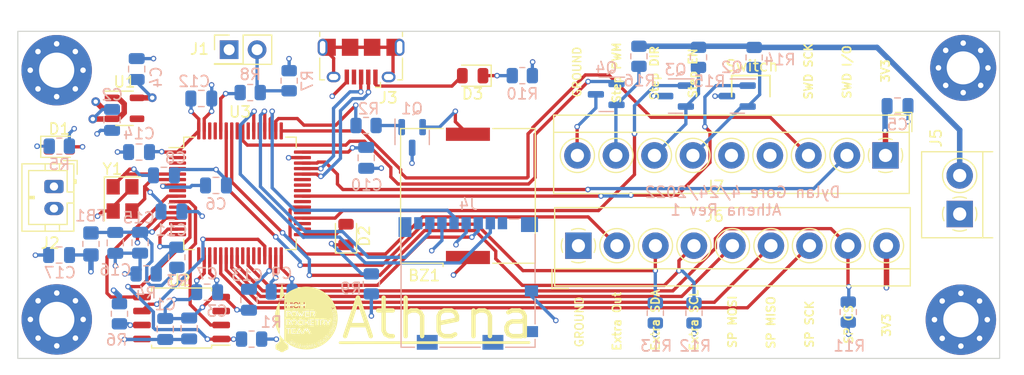
<source format=kicad_pcb>
(kicad_pcb (version 20211014) (generator pcbnew)
  (layers (0 "F.Cu" signal) (1 "In1.Cu" power "GND.Cu") (2 "In2.Cu" power "3V3.Cu") (31 "B.Cu" signal) (34 "B.Paste" user) (35 "F.Paste" user) (36 "B.SilkS" user "B.Silkscreen") (37 "F.SilkS" user "F.Silkscreen") (38 "B.Mask" user) (39 "F.Mask" user) (44 "Edge.Cuts" user))
  (net 0 "")
  (net 1 "+3V3")
  (net 2 "/Buzz_NPN")
  (net 3 "GND")
  (net 4 "V_Reg")
  (net 5 "/NRST")
  (net 6 "/OSC_IN")
  (net 7 "/OSC_OUT")
  (net 8 "/VCAP")
  (net 9 "3V3A")
  (net 10 "/LED_Reg_C")
  (net 11 "/Status_LEDC")
  (net 12 "/Status_LED")
  (net 13 "Net-(D3-Pad1)")
  (net 14 "Net-(D3-Pad2)")
  (net 15 "USB_D-")
  (net 16 "USB_D+")
  (net 18 "unconnected-(J3-Pad6)")
  (net 19 "SWD_IO")
  (net 20 "SWD_SCK")
  (net 21 "V_Batt")
  (net 22 "Step_DirConn")
  (net 23 "Extra_Out")
  (net 24 "Extra_SDA")
  (net 25 "Extra_SCL")
  (net 26 "Altus_MOSI")
  (net 27 "Altus_MISO")
  (net 28 "Altus_SCK")
  (net 29 "Altus_CS")
  (net 30 "Net-(Q1-Pad1)")
  (net 31 "Step_EN")
  (net 32 "Step_DIR")
  (net 33 "Step_PWM")
  (net 34 "Flash_CS")
  (net 35 "Buzz_PWM")
  (net 36 "ADC_Battery")
  (net 37 "Net-(R6-Pad2)")
  (net 38 "/Boot0_pulldown")
  (net 39 "/Boot0")
  (net 41 "Flash_MISO")
  (net 43 "Flash_MOSI")
  (net 44 "Flash_SCK")
  (net 54 "SD_MOSI")
  (net 64 "SD_SCK")
  (net 65 "SD_MISO")
  (net 67 "SD_CS")
  (net 74 "+5V")
  (net 75 "Step_EnConn")
  (net 76 "Step_PWMConn")
  (footprint "MountingHole:MountingHole_3.2mm_M3_Pad_Via" (layer "F.Cu") (at 110.952362 113.093895)
    (fp_text reference "H2" hide)
    (fp_text value "MountingHole")
  )
  (footprint "Package_SO:SOIC-8_5.23x5.23mm_P1.27mm" (layer "F.Cu") (at 122.295922 112.964838 180)
    (fp_text reference "U2")
    (fp_text value "W25Q64JVSS")
  )
  (footprint "Connector_PinHeader_2.54mm:PinHeader_2x01_P2.54mm_Vertical" (layer "F.Cu") (at 126.618406 88.577368)
    (fp_text reference "J1")
    (fp_text value "Conn_01x02_Male")
  )
  (footprint "LED_SMD:LED_0805_2012Metric" (layer "F.Cu") (at 111.181723 97.404776)
    (fp_text reference "D1")
    (fp_text value "LED")
  )
  (footprint "Connector_JST:JST_PH_B2B-PH-K_1x02_P2.00mm_Vertical" (layer "F.Cu") (at 110.695863 101.013057 -90)
    (fp_text reference "J2")
    (fp_text value "Battery")
  )
  (footprint "LED_SMD:LED_0805_2012Metric" (layer "F.Cu") (at 148.748604 90.94091 180)
    (fp_text reference "D3")
    (fp_text value "LED")
  )
  (footprint "MountingHole:MountingHole_3.2mm_M3_Pad_Via" (layer "F.Cu") (at 110.941341 90.443383)
    (fp_text reference "H1" hide)
    (fp_text value "MountingHole")
  )
  (footprint "Crystal:Crystal_SMD_3225-4Pin_3.2x2.5mm" (layer "F.Cu") (at 116.928198 102.140139 -90)
    (fp_text reference "Y1")
    (fp_text value "16MHz")
  )
  (footprint "LED_SMD:LED_0805_2012Metric" (layer "F.Cu") (at 137.239183 105.373935 90)
    (fp_text reference "D2")
    (fp_text value "LED")
  )
  (footprint "MountingHole:MountingHole_3mm_Pad_Via" (layer "F.Cu") (at 193.333027 90.230377)
    (fp_text reference "H3" hide)
    (fp_text value "MountingHole")
  )
  (footprint "Buzzer_Beeper:Buzzer_Murata_PKLCS1212E" (layer "F.Cu") (at 148.320374 101.864544 90)
    (fp_text reference "BZ1")
    (fp_text value "Buzzer")
  )
  (footprint "TerminalBlock_4Ucon:TerminalBlock_4Ucon_1x02_P3.50mm_Horizontal" (layer "F.Cu") (at 193.013074 103.511751 90)
    (fp_text reference "J5")
    (fp_text value "Boosted V")
  )
  (footprint "MountingHole:MountingHole_3.2mm_M3_Pad_Via" (layer "F.Cu") (at 193.121534 113.115426)
    (fp_text reference "H4" hide)
    (fp_text value "MountingHole")
  )
  (footprint "Package_TO_SOT_SMD:SOT-23-5" (layer "F.Cu") (at 117.10758 93.90501)
    (fp_text reference "U1")
    (fp_text value "LDK120M33R")
  )
  (footprint "Package_QFP:LQFP-64_10x10mm_P0.5mm" (layer "F.Cu") (at 127.603812 101.634272)
    (fp_text reference "U3")
    (fp_text value "STM32F446RCT6")
  )
  (footprint "Connector_USB:USB_Micro-B_Amphenol_10118194_Horizontal" (layer "F.Cu") (at 138.612258 89.659857 180)
    (fp_text reference "J3")
    (fp_text value "USB_B_Micro")
  )
  (footprint "TerminalBlock_4Ucon:TerminalBlock_4Ucon_1x09_P3.50mm_Horizontal" (layer "F.Cu") (at 158.361601 106.389591)
    (fp_text reference "J7")
    (fp_text value "Screw_Terminal_01x09")
  )
  (footprint "TerminalBlock_4Ucon:TerminalBlock_4Ucon_1x09_P3.50mm_Horizontal" (layer "F.Cu") (at 186.268636 98.18576 180)
    (fp_text reference "J6")
    (fp_text value "Screw_Terminal_01x09")
  )
  (footprint "LOGO" (layer "F.Cu") (at 133.625819 112.962088)
    (fp_text reference "G***" hide)
    (fp_text value "LOGO" hide)
  )
  (footprint "Package_TO_SOT_SMD:SOT-23" (layer "B.Cu") (at 167.190333 92.792835 180)
    (fp_text reference "Q3")
    (fp_text value "Q_NPN_BCE")
  )
  (footprint "Resistor_SMD:R_0805_2012Metric" (layer "B.Cu") (at 116.648613 112.578514 -90)
    (fp_text reference "R6")
    (fp_text value "10k")
  )
  (footprint "Capacitor_SMD:C_0805_2012Metric" (layer "B.Cu") (at 139.074637 98.40766 -90)
    (fp_text reference "C10")
    (fp_text value "100n")
  )
  (footprint "Resistor_SMD:R_0805_2012Metric" (layer "B.Cu") (at 139.542932 109.863493 -90)
    (fp_text reference "R9")
    (fp_text value "1k")
  )
  (footprint "Resistor_SMD:R_0805_2012Metric" (layer "B.Cu") (at 153.263219 90.936241)
    (fp_text reference "R10")
    (fp_text value "1K")
  )
  (footprint "Capacitor_SMD:C_0805_2012Metric" (layer "B.Cu") (at 120.809307 113.965412 90)
    (fp_text reference "C1")
    (fp_text value "100n")
  )
  (footprint "Resistor_SMD:R_0805_2012Metric" (layer "B.Cu") (at 174.332642 89.284416 90)
    (fp_text reference "R14")
    (fp_text value "1k")
  )
  (footprint "Capacitor_SMD:C_0805_2012Metric" (layer "B.Cu") (at 111.163459 107.240058 180)
    (fp_text reference "C17")
    (fp_text value "1u")
  )
  (footprint "Capacitor_SMD:C_0805_2012Metric" (layer "B.Cu") (at 120.692731 99.999562)
    (fp_text reference "C8")
    (fp_text value "8p")
  )
  (footprint "Resistor_SMD:R_0805_2012Metric" (layer "B.Cu") (at 168.86615 112.505605 90)
    (fp_text reference "R12")
    (fp_text value "10k")
  )
  (footprint "Resistor_SMD:R_0805_2012Metric" (layer "B.Cu") (at 169.274777 89.273848 90)
    (fp_text reference "R15")
    (fp_text value "1k")
  )
  (footprint "Capacitor_SMD:C_0805_2012Metric" (layer "B.Cu") (at 131.385699 110.581768 180)
    (fp_text reference "C9")
    (fp_text value "100n")
  )
  (footprint "Package_TO_SOT_SMD:SOT-23" (layer "B.Cu") (at 160.885895 92.636342 180)
    (fp_text reference "Q4")
    (fp_text value "Q_NPN_BCE")
  )
  (footprint "Capacitor_SMD:C_0805_2012Metric" (layer "B.Cu") (at 121.37276 103.29155)
    (fp_text reference "C11")
    (fp_text value "8p")
  )
  (footprint "Capacitor_SMD:C_0805_2012Metric" (layer "B.Cu") (at 124.618409 110.617952 180)
    (fp_text reference "C7")
    (fp_text value "100n")
  )
  (footprint "Resistor_SMD:R_0805_2012Metric" (layer "B.Cu") (at 121.865237 107.443638 90)
    (fp_text reference "R3")
    (fp_text value "100k")
  )
  (footprint "Package_TO_SOT_SMD:SOT-23" (layer "B.Cu") (at 143.251138 96.555078 -90)
    (fp_text reference "Q1")
    (fp_text value "Q_NPN_BCE")
  )
  (footprint "Resistor_SMD:R_0805_2012Metric" (layer "B.Cu") (at 165.35039 112.505605 90)
    (fp_text reference "R13")
    (fp_text value "10k")
  )
  (footprint "Capacitor_SMD:C_0805_2012Metric" (layer "B.Cu") (at 118.428441 97.882304 180)
    (fp_text reference "C14")
    (fp_text value "100n")
  )
  (footprint "Resistor_SMD:R_0805_2012Metric" (layer "B.Cu") (at 132.07288 91.399783 90)
    (fp_text reference "R7")
    (fp_text value "10k")
  )
  (footprint "Capacitor_SMD:C_0805_2012Metric" (layer "B.Cu") (at 125.421372 100.915923)
    (fp_text reference "C6")
    (fp_text value "100n")
  )
  (footprint "Resistor_SMD:R_0805_2012Metric" (layer "B.Cu") (at 119.078471 108.954598 180)
    (fp_text reference "R4")
    (fp_text value "100k")
  )
  (footprint "Capacitor_SMD:C_0805_2012Metric" (layer "B.Cu") (at 118.52462 106.120573 -90)
    (fp_text reference "C15")
    (fp_text value "10n")
  )
  (footprint "Resistor_SMD:R_0805_2012Metric" (layer "B.Cu") (at 128.659913 114.881528 180)
    (fp_text reference "R1")
    (fp_text value "10k")
  )
  (footprint "Resistor_SMD:R_0805_2012Metric" (layer "B.Cu") (at 128.534035 92.475243 180)
    (fp_text reference "R8")
    (fp_text value "1k")
  )
  (footprint "Resistor_SMD:R_0805_2012Metric" (layer "B.Cu") (at 163.861823 89.177582 90)
    (fp_text reference "R16")
    (fp_text value "1k")
  )
  (footprint "Resistor_SMD:R_0805_2012Metric" (layer "B.Cu") (at 182.886261 112.426103 90)
    (fp_text reference "R11")
    (fp_text value "10k")
  )
  (footprint "Capacitor_SMD:C_0805_2012Metric" (layer "B.Cu") (at 187.365664 93.697416)
    (fp_text reference "C5")
    (fp_text value "10u")
  )
  (footprint "Connector_Card:microSD_HC_Molex_104031-0811" (layer "B.Cu") (at 148.352692 109.798988 180)
    (fp_text reference "J4")
    (fp_text value "Micro_SD_Card")
  )
  (footprint "Capacitor_SMD:C_0805_2012Metric" (layer "B.Cu") (at 124.087945 93.013319)
    (fp_text reference "C12")
    (fp_text value "100n")
  )
  (footprint "Capacitor_SMD:C_0805_2012Metric" (layer "B.Cu") (at 118.214628 90.338153 90)
    (fp_text reference "C4")
    (fp_text value "1u")
  )
  (footprint "Capacitor_SMD:C_0805_2012Metric" (layer "B.Cu") (at 116.267841 106.136579 -90)
    (fp_text reference "C16")
    (fp_text value "1u")
  )
  (footprint "Capacitor_SMD:C_0805_2012Metric" (layer "B.Cu") (at 128.42082 111.302536 -90)
    (fp_text reference "C13")
    (fp_text value "4u7")
  )
  (footprint "Capacitor_SMD:C_0805_2012Metric" (layer "B.Cu") (at 122.985083 113.914517 90)
    (fp_text reference "C3")
    (fp_text value "100n")
  )
  (footprint "Capacitor_SMD:C_0805_2012Metric" (layer "B.Cu") (at 115.974602 94.960186 -90)
    (fp_text reference "C2")
    (fp_text value "1u")
  )
  (footprint "Resistor_SMD:R_0805_2012Metric" (layer "B.Cu") (at 139.060645 95.469164)
    (fp_text reference "R2")
    (fp_text value "100")
  )
  (footprint "Package_TO_SOT_SMD:SOT-23" (layer "B.Cu") (at 172.807507 92.792835 180)
    (fp_text reference "Q2")
    (fp_text value "Q_NPN_BCE")
  )
  (footprint "Resistor_SMD:R_0805_2012Metric_Pad1.20x1.40mm_HandSolder" (layer "B.Cu") (at 114.059077 106.232612 -90)
    (fp_text reference "FB1")
    (fp_text value "120R")
  )
  (footprint "Resistor_SMD:R_0805_2012Metric" (layer "B.Cu") (at 111.184187 97.347545)
    (fp_text reference "R5")
    (fp_text value "1k")
  )
  (gr_line (start 172.290159 92.846253) (end 172.290159 90.925835) (layer "F.SilkS") (width 0.15))
  (gr_line (start 175.770916 90.925835) (end 175.776074 92.841074) (layer "F.SilkS") (width 0.15))
  (gr_line (start 136.700404 115.206479) (end 153.876756 115.191984) (layer "F.SilkS") (width 0.25))
  (gr_line (start 172.290159 90.925835) (end 175.770916 90.925835) (layer "F.SilkS") (width 0.15))
  (gr_rect (start 107.410449 86.906481) (end 196.644321 116.636947) (layer "Edge.Cuts") (width 0.1) (fill none))
  (gr_text "Dylan Gore 4/24/2022\n    Athena Rev 1" (at 173.287444 102.338966) (layer "B.SilkS") (effects (font (size 1 1)) (justify mirror)))
  (gr_text "SP SCK" (at 179.361601 113.529603 90) (layer "F.SilkS") (effects (font (size 0.75 0.75))))
  (gr_text "3V3" (at 186.361601 113.615916 90) (layer "F.SilkS") (effects (font (size 0.75 0.75))))
  (gr_text "SP CS" (at 182.926836 113.541933 90) (layer "F.SilkS") (effects (font (size 0.75 0.75))))
  (gr_text "Switch" (at 174.123285 90.042006) (layer "F.SilkS") (effects (font (size 1 1))))
  (gr_text "SWD I/O" (at 182.768636 90.602315 90) (layer "F.SilkS") (effects (font (size 0.75 0.75))))
  (gr_text "Extra SCL\n" (at 168.861601 113.172022 90) (layer "F.SilkS") (effects (font (size 0.75 0.75))))
  (gr_text "SWD SCK" (at 179.268636 90.532674 90) (layer "F.SilkS") (effects (font (size 0.75 0.75))))
  (gr_text "Step PWM" (at 161.840658 90.677988 90) (layer "F.SilkS") (effects (font (size 0.75 0.75))))
  (gr_text "Extra SDA" (at 165.361601 113.146164 90) (layer "F.SilkS") (effects (font (size 0.75 0.75))))
  (gr_text "SP MISO" (at 175.861601 113.369308 90) (layer "F.SilkS") (effects (font (size 0.75 0.75))))
  (gr_text "Step EN" (at 168.768636 90.720449 90) (layer "F.SilkS") (effects (font (size 0.75 0.75))))
  (gr_text "Extra Out" (at 161.861601 113.264187 90) (layer "F.SilkS") (effects (font (size 0.75 0.75))))
  (gr_text "3V3" (at 186.268636 90.50622 90) (layer "F.SilkS") (effects (font (size 0.75 0.75))))
  (gr_text "Athena" (at 145.575314 113.011565) (layer "F.SilkS") (effects (font (size 3.5 3.5) (thickness 0.4))))
  (gr_text "GROUND" (at 158.450352 113.318659 90) (layer "F.SilkS") (effects (font (size 0.75 0.75) (thickness 0.125))))
  (gr_text "SP MOSI" (at 172.361601 113.307656 90) (layer "F.SilkS") (effects (font (size 0.75 0.75))))
  (gr_text "GROUND" (at 158.238732 90.599968 90) (layer "F.SilkS") (effects (font (size 0.75 0.75) (thickness 0.125))))
  (gr_text "Step DIR" (at 165.268636 90.698358 90) (layer "F.SilkS") (effects (font (size 0.75 0.75))))
  (segment (start 186.268636 98.18576) (end 186.268636 95.956872) (width 0.5) (layer "F.Cu") (net 1))
  (segment (start 186.268636 95.956872) (end 186.231217 95.919453) (width 0.5) (layer "F.Cu") (net 1))
  (segment (start 148.320374 107.743263) (end 147.007781 109.055856) (width 0.3) (layer "F.Cu") (net 1))
  (segment (start 119.617069 92.95501) (end 119.627885 92.944194) (width 0.5) (layer "F.Cu") (net 1))
  (segment (start 118.656232 114.909528) (end 118.695922 114.869838) (width 0.3) (layer "F.Cu") (net 1))
  (segment (start 121.928812 97.884272) (end 123.853812 95.959272) (width 0.3) (layer "F.Cu") (net 1))
  (segment (start 112.119223 97.404776) (end 113.289748 97.404776) (width 0.3) (layer "F.Cu") (net 1))
  (segment (start 124.853812 107.309272) (end 124.853812 108.891859) (width 0.3) (layer "F.Cu") (net 1))
  (segment (start 131.353812 107.309272) (end 131.353812 108.431247) (width 0.3) (layer "F.Cu") (net 1))
  (segment (start 117.104492 114.909528) (end 118.656232 114.909528) (width 0.3) (layer "F.Cu") (net 1))
  (segment (start 186.361601 106.389591) (end 186.361601 110.209577) (width 0.5) (layer "F.Cu") (net 1))
  (segment (start 148.320374 107.464544) (end 148.320374 107.743263) (width 0.3) (layer "F.Cu") (net 1))
  (segment (start 137.442731 97.884272) (end 137.828517 97.498486) (width 0.3) (layer "F.Cu") (net 1))
  (segment (start 120.528723 97.884272) (end 120.48825 97.843799) (width 0.3) (layer "F.Cu") (net 1))
  (segment (start 133.278812 97.884272) (end 137.442731 97.884272) (width 0.3) (layer "F.Cu") (net 1))
  (segment (start 123.853812 95.959272) (end 123.853812 94.874994) (width 0.3) (layer "F.Cu") (net 1))
  (segment (start 118.24508 92.95501) (end 119.617069 92.95501) (width 0.5) (layer "F.Cu") (net 1))
  (segment (start 123.853812 94.874994) (end 123.156799 94.177981) (width 0.3) (layer "F.Cu") (net 1))
  (segment (start 131.353812 108.431247) (end 132.312892 109.390327) (width 0.3) (layer "F.Cu") (net 1))
  (segment (start 121.928812 97.884272) (end 120.528723 97.884272) (width 0.3) (layer "F.Cu") (net 1))
  (segment (start 124.853812 108.891859) (end 125.491434 109.529481) (width 0.3) (layer "F.Cu") (net 1))
  (segment (start 113.289748 97.404776) (end 113.291646 97.406674) (width 0.3) (layer "F.Cu") (net 1))
  (segment (start 186.361601 110.209577) (end 186.355941 110.215237) (width 0.3) (layer "F.Cu") (net 1))
  (via (at 165.307949 114.462079) (size 0.5) (drill 0.3) (layers "F.Cu" "B.Cu") (net 1))
  (via (at 168.872947 114.377198) (size 0.5) (drill 0.3) (layers "F.Cu" "B.Cu") (net 1))
  (via (at 132.312892 109.390327) (size 0.5) (drill 0.3) (layers "F.Cu" "B.Cu") (net 1))
  (via (at 186.355941 110.215237) (size 0.5) (drill 0.3) (layers "F.Cu" "B.Cu") (net 1))
  (via (at 147.235532 106.302131) (size 0.5) (drill 0.3) (layers "F.Cu" "B.Cu") (net 1))
  (via (at 117.104492 114.909528) (size 0.5) (drill 0.3) (layers "F.Cu" "B.Cu") (net 1))
  (via (at 182.924856 114.446396) (size 0.5) (drill 0.3) (layers "F.Cu" "B.Cu") (net 1))
  (via (at 125.491434 109.529481) (size 0.5) (drill 0.3) (layers "F.Cu" "B.Cu") (net 1))
  (via (at 130.904817 114.88923) (size 0.5) (drill 0.3) (layers "F.Cu" "B.Cu") (net 1))
  (via (at 137.828517 97.498486) (size 0.5) (drill 0.3) (layers "F.Cu" "B.Cu") (net 1))
  (via (at 186.231217 95.919453) (size 0.5) (drill 0.3) (layers "F.Cu" "B.Cu") (net 1))
  (via (at 120.48825 97.843799) (size 0.5) (drill 0.3) (layers "F.Cu" "B.Cu") (net 1))
  (via (at 116.115833 110.440947) (size 0.5) (drill 0.3) (layers "F.Cu" "B.Cu") (net 1))
  (via (at 119.627885 92.944194) (size 0.8) (drill 0.4) (layers "F.Cu" "B.Cu") (net 1))
  (via (at 113.291646 97.406674) (size 0.5) (drill 0.3) (layers "F.Cu" "B.Cu") (net 1))
  (via (at 147.007781 109.055856) (size 0.5) (drill 0.3) (layers "F.Cu" "B.Cu") (net 1))
  (via (at 123.156799 94.177981) (size 0.5) (drill 0.3) (layers "F.Cu" "B.Cu") (net 1))
  (via (at 114.055444 108.749584) (size 0.5) (drill 0.3) (layers "F.Cu" "B.Cu") (net 1))
  (segment (start 139.033811 97.498486) (end 139.074637 97.45766) (width 0.3) (layer "B.Cu") (net 1))
  (segment (start 168.86615 114.370401) (end 168.872947 114.377198) (width 0.3) (layer "B.Cu") (net 1))
  (segment (start 130.897115 114.881528) (end 130.904817 114.88923) (width 0.3) (layer "B.Cu") (net 1))
  (segment (start 117.110376 114.915412) (end 117.104492 114.909528) (width 0.3) (layer "B.Cu") (net 1))
  (segment (start 182.886261 113.338603) (end 182.886261 114.407801) (width 0.3) (layer "B.Cu") (net 1))
  (segment (start 182.886261 114.407801) (end 182.924856 114.446396) (width 0.3) (layer "B.Cu") (net 1))
  (segment (start 114.059077 107.232612) (end 112.120905 107.232612) (width 0.3) (layer "B.Cu") (net 1))
  (segment (start 186.231217 95.919453) (end 186.231217 93.881863) (width 0.5) (layer "B.Cu") (net 1))
  (segment (start 114.059077 108.745951) (end 114.055444 108.749584) (width 0.3) (layer "B.Cu") (net 1))
  (segment (start 137.828517 97.498486) (end 139.033811 97.498486) (width 0.3) (layer "B.Cu") (net 1))
  (segment (start 116.648613 110.973727) (end 116.115833 110.440947) (width 0.5) (layer "B.Cu") (net 1))
  (segment (start 165.35039 114.419638) (end 165.307949 114.462079) (width 0.3) (layer "B.Cu") (net 1))
  (segment (start 119.416946 97.843799) (end 119.378441 97.882304) (width 0.3) (layer "B.Cu") (net 1))
  (segment (start 120.809307 114.915412) (end 122.934188 114.915412) (width 0.3) (layer "B.Cu") (net 1))
  (segment (start 118.214628 91.530937) (end 119.627885 92.944194) (width 0.3) (layer "B.Cu") (net 1))
  (segment (start 147.235532 106.121148) (end 147.235532 106.302131) (width 0.3) (layer "B.Cu") (net 1))
  (segment (start 148.157692 105.198988) (end 147.235532 106.121148) (width 0.3) (layer "B.Cu") (net 1))
  (segment (start 114.059077 107.232612) (end 114.059077 108.745951) (width 0.5) (layer "B.Cu") (net 1))
  (segment (start 120.809307 114.915412) (end 117.110376 114.915412) (width 0.3) (layer "B.Cu") (net 1))
  (segment (start 116.648613 111.666014) (end 116.648613 110.973727) (width 0.5) (layer "B.Cu") (net 1))
  (segment (start 186.231217 93.881863) (end 186.415664 93.697416) (width 0.5) (layer "B.Cu") (net 1))
  (segment (start 120.48825 97.843799) (end 119.416946 97.843799) (width 0.3) (layer "B.Cu") (net 1))
  (segment (start 132.312892 110.558961) (end 132.335699 110.581768) (width 0.3) (layer "B.Cu") (net 1))
  (segment (start 125.491434 109.529481) (end 125.491434 110.540977) (width 0.3) (layer "B.Cu") (net 1))
  (segment (start 165.35039 113.418105) (end 165.35039 114.419638) (width 0.3) (layer "B.Cu") (net 1))
  (segment (start 129.572413 114.881528) (end 130.897115 114.881528) (width 0.3) (layer "B.Cu") (net 1))
  (segment (start 123.156799 94.177981) (end 123.156799 93.032173) (width 0.3) (layer "B.Cu") (net 1))
  (segment (start 168.86615 113.418105) (end 168.86615 114.370401) (width 0.3) (layer "B.Cu") (net 1))
  (segment (start 123.156799 93.032173) (end 123.137945 93.013319) (width 0.3) (layer "B.Cu") (net 1))
  (segment (start 118.214628 91.288153) (end 118.214628 91.530937) (width 0.3) (layer "B.Cu") (net 1))
  (segment (start 122.934188 114.915412) (end 122.985083 114.864517) (width 0.3) (layer "B.Cu") (net 1))
  (segment (start 148.157692 104.348988) (end 148.157692 105.198988) (width 0.3) (layer "B.Cu") (net 1))
  (segment (start 132.312892 109.390327) (end 132.312892 110.558961) (width 0.3) (layer "B.Cu") (net 1))
  (segment (start 112.120905 107.232612) (end 112.113459 107.240058) (width 0.3) (layer "B.Cu") (net 1))
  (segment (start 125.491434 110.540977) (end 125.568409 110.617952) (width 0.3) (layer "B.Cu") (net 1))
  (segment (start 147.179259 94.177981) (end 147.179259 95.123429) (width 0.3) (layer "F.Cu") (net 2))
  (segment (start 147.179259 95.123429) (end 148.320374 96.264544) (width 0.3) (layer "F.Cu") (net 2))
  (via (at 147.179259 94.177981) (size 0.5) (drill 0.3) (layers "F.Cu" "B.Cu") (net 2))
  (segment (start 145.739662 95.617578) (end 147.179259 94.177981) (width 0.3) (layer "B.Cu") (net 2))
  (segment (start 144.201138 95.617578) (end 145.739662 95.617578) (width 0.3) (layer "B.Cu") (net 2))
  (segment (start 130.840847 109.308546) (end 130.853812 109.295581) (width 0.3) (layer "F.Cu") (net 3))
  (segment (start 137.312258 91.059857) (end 137.312258 91.488957) (width 0.3) (layer "F.Cu") (net 3))
  (segment (start 126.167157 111.059838) (end 125.895922 111.059838) (width 0.3) (layer "F.Cu") (net 3))
  (segment (start 125.12486 111.059838) (end 124.190046 111.994652) (width 0.3) (layer "F.Cu") (net 3))
  (segment (start 124.353812 108.887265) (end 124.353812 107.309272) (width 0.3) (layer "F.Cu") (net 3))
  (segment (start 127.324689 112.21737) (end 126.167157 111.059838) (width 0.3) (layer "F.Cu") (net 3))
  (segment (start 117.778198 101.140139) (end 116.078198 102.840139) (width 0.3) (layer "F.Cu") (net 3))
  (segment (start 130.853812 109.295581) (end 130.853812 107.309272) (width 0.3) (layer "F.Cu") (net 3))
  (segment (start 133.278812 98.384272) (end 132.037128 98.384272) (width 0.3) (layer "F.Cu") (net 3))
  (segment (start 116.078198 103.240139) (end 115.131596 103.240139) (width 0.3) (layer "F.Cu") (net 3))
  (segment (start 137.312258 91.488957) (end 135.989899 92.811316) (width 0.3) (layer "F.Cu") (net 3))
  (segment (start 120.534695 103.384272) (end 118.285822 105.633145) (width 0.3) (layer "F.Cu") (net 3))
  (segment (start 158.245985 98.163109) (end 158.268636 98.18576) (width 0.3) (layer "F.Cu") (net 3))
  (segment (start 115.097814 93.90501) (end 114.494129 93.301325) (width 0.5) (layer "F.Cu") (net 3))
  (segment (start 121.928812 103.384272) (end 120.534695 103.384272) (width 0.3) (layer "F.Cu") (net 3))
  (segment (start 158.245985 95.576981) (end 158.245985 98.163109) (width 0.3) (layer "F.Cu") (net 3))
  (segment (start 124.353812 94.847134) (end 125.022965 94.177981) (width 0.3) (layer "F.Cu") (net 3))
  (segment (start 116.078198 102.840139) (end 116.078198 103.240139) (width 0.3) (layer "F.Cu") (net 3))
  (segment (start 123.674899 109.566178) (end 124.353812 108.887265) (width 0.3) (layer "F.Cu") (net 3))
  (segment (start 132.037128 98.384272) (end 132.023848 98.397552) (width 0.3) (layer "F.Cu") (net 3))
  (segment (start 115.131596 103.240139) (end 114.659178 103.712557) (width 0.3) (layer "F.Cu") (net 3))
  (segment (start 117.778198 101.040139) (end 117.778198 101.140139) (width 0.3) (layer "F.Cu") (net 3))
  (segment (start 124.353812 95.959272) (end 124.353812 94.847134) (width 0.3) (layer "F.Cu") (net 3))
  (segment (start 125.895922 111.059838) (end 125.12486 111.059838) (width 0.3) (layer "F.Cu") (net 3))
  (segment (start 118.285822 105.633145) (end 118.285822 106.120073) (width 0.3) (layer "F.Cu") (net 3))
  (segment (start 115.97008 93.90501) (end 115.097814 93.90501) (width 0.5) (layer "F.Cu") (net 3))
  (via (at 114.659178 103.712557) (size 0.5) (drill 0.3) (layers "F.Cu" "B.Cu") (net 3))
  (via (at 135.989899 92.811316) (size 0.5) (drill 0.3) (layers "F.Cu" "B.Cu") (net 3))
  (via (at 188.298311 95.115817) (size 0.5) (drill 0.3) (layers "F.Cu" "B.Cu") (net 3))
  (via (at 158.245985 95.576981) (size 0.5) (drill 0.3) (layers "F.Cu" "B.Cu") (net 3))
  (via (at 165.19343 92.782836) (size 0.5) (drill 0.3) (layers "F.Cu" "B.Cu") (net 3))
  (via (at 154.199647 89.691948) (size 0.5) (drill 0.3) (layers "F.Cu" "B.Cu") (net 3))
  (via (at 130.840847 109.308546) (size 0.5) (drill 0.3) (layers "F.Cu" "B.Cu") (net 3))
  (via (at 118.285822 106.120073) (size 0.5) (drill 0.3) (layers "F.Cu" "B.Cu") (net 3))
  (via (at 125.426609 99.469377) (size 0.5) (drill 0.3) (layers "F.Cu" "B.Cu") (net 3))
  (via (at 132.060514 89.393618) (size 0.5) (drill 0.3) (layers "F.Cu" "B.Cu") (net 3))
  (via (at 121.608119 111.28568) (size 0.5) (drill 0.3) (layers "F.Cu" "B.Cu") (net 3))
  (via (at 170.778517 92.799863) (size 0.5) (drill 0.3) (layers "F.Cu" "B.Cu") (net 3))
  (via (at 132.023848 98.397552) (size 0.5) (drill 0.3) (layers "F.Cu" "B.Cu") (net 3))
  (via (at 125.022533 91.77976) (size 0.5) (drill 0.3) (layers "F.Cu" "B.Cu") (net 3))
  (via (at 109.012454 107.255804) (size 0.5) (drill 0.3) (layers "F.Cu" "B.Cu") (net 3))
  (via (at 156.309079 113.186655) (size 0.5) (drill 0.3) (layers "F.Cu" "B.Cu") (net 3))
  (via (at 112.534907 95.755608) (size 0.5) (drill 0.3) (layers "F.Cu" "B.Cu") (net 3))
  (via (at 125.022965 94.177981) (size 0.5) (drill 0.3) (layers "F.Cu" "B.Cu") (net 3))
  (via (at 140.448347 99.343374) (size 0.5) (drill 0.3) (layers "F.Cu" "B.Cu") (net 3))
  (via (at 119.740615 89.385853) (size 0.5) (drill 0.3) (layers "F.Cu" "B.Cu") (net 3))
  (via (at 123.674899 109.566178) (size 0.5) (drill 0.3) (layers "F.Cu" "B.Cu") (net 3))
  (via (at 114.615689 96.228622) (size 0.5) (drill 0.3) (layers "F.Cu" "B.Cu") (net 3))
  (via (at 117.141916 108.949442) (size 0.5) (drill 0.3) (layers "F.Cu" "B.Cu") (net 3))
  (via (at 145.029475 106.84314) (size 0.5) (drill 0.3) (layers "F.Cu" "B.Cu") (net 3))
  (via (at 127.324689 112.21737) (size 0.5) (drill 0.3) (layers "F.Cu" "B.Cu") (net 3))
  (via (at 139.545764 112.776634) (size 0.5) (drill 0.3) (layers "F.Cu" "B.Cu") (net 3))
  (via (at 116.471763 97.873551) (size 0.5) (drill 0.3) (layers "F.Cu" "B.Cu") (net 3))
  (via (at 143.235854 98.893075) (size 0.5) (drill 0.3) (layers "F.Cu" "B.Cu") (net 3))
  (via (at 116.281365 108.226213) (size 0.5) (drill 0.3) (layers "F.Cu" "B.Cu") (net 3))
  (via (at 124.190046 111.994652) (size 0.5) (drill 0.3) (layers "F.Cu" "B.Cu") (net 3))
  (via (at 114.494129 93.301325) (size 0.8) (drill 0.4) (layers "F.Cu" "B.Cu") (net 3))
  (via (at 124.169314 103.712557) (size 0.5) (drill 0.3) (layers "F.Cu" "B.Cu") (net 3))
  (segment (start 123.668409 110.617952) (end 123.668409 109.572668) (width 0.3) (layer "B.Cu") (net 3))
  (segment (start 130.435699 110.581768) (end 130.435699 109.713694) (width 0.3) (layer "B.Cu") (net 3))
  (segment (start 171.870007 92.792835) (end 170.785545 92.792835) (width 0.3) (layer "B.Cu") (net 3))
  (segment (start 123.668409 109.572668) (end 123.674899 109.566178) (width 0.3) (layer "B.Cu") (net 3))
  (segment (start 110.213459 107.240058) (end 109.0282 107.240058) (width 0.3) (layer "B.Cu") (net 3))
  (segment (start 125.037945 93.013319) (end 125.037945 91.795172) (width 0.3) (layer "B.Cu") (net 3))
  (segment (start 130.435699 109.713694) (end 130.840847 109.308546) (width 0.3) (layer "B.Cu") (net 3))
  (segment (start 123.748307 103.29155) (end 124.169314 103.712557) (width 0.3) (layer "B.Cu") (net 3))
  (segment (start 166.252833 92.792835) (end 165.203429 92.792835) (width 0.3) (layer "B.Cu") (net 3))
  (segment (start 139.074637 99.35766) (end 140.434061 99.35766) (width 0.3) (layer "B.Cu") (net 3))
  (segment (start 125.022965 93.028299) (end 125.037945 93.013319) (width 0.3) (layer "B.Cu") (net 3))
  (segment (start 123.000681 111.28568) (end 123.668409 110.617952) (width 0.3) (layer "B.Cu") (net 3))
  (segment (start 119.738315 89.388153) (end 119.740615 89.385853) (width 0.3) (layer "B.Cu") (net 3))
  (segment (start 159.948395 92.636342) (end 159.948395 93.874571) (width 0.3) (layer "B.Cu") (net 3))
  (segment (start 122.172916 99.469377) (end 125.426609 99.469377) (width 0.3) (layer "B.Cu") (net 3))
  (segment (start 112.096687 97.347545) (end 112.096687 96.193828) (width 0.3) (layer "B.Cu") (net 3))
  (segment (start 139.542932 112.773802) (end 139.545764 112.776634) (width 0.3) (layer "B.Cu") (net 3))
  (segment (start 143.251138 97.492578) (end 143.251138 98.877791) (width 0.3) (layer "B.Cu") (net 3))
  (segment (start 116.480516 97.882304) (end 116.471763 97.873551) (width 0.3) (layer "B.Cu") (net 3))
  (segment (start 132.07288 89.405984) (end 132.060514 89.393618) (width 0.3) (layer "B.Cu") (net 3))
  (segment (start 120.809307 113.015412) (end 122.934188 113.015412) (width 0.3) (layer "B.Cu") (net 3))
  (segment (start 118.52462 107.070573) (end 116.283847 107.070573) (width 0.3) (layer "B.Cu") (net 3))
  (segment (start 121.608119 111.28568) (end 123.000681 111.28568) (width 0.3) (layer "B.Cu") (net 3))
  (segment (start 117.147072 108.954598) (end 117.141916 108.949442) (width 0.3) (layer "B.Cu") (net 3))
  (segment (start 125.037945 91.795172) (end 125.022533 91.77976) (width 0.3) (layer "B.Cu") (net 3))
  (segment (start 120.809307 112.084492) (end 121.608119 111.28568) (width 0.3) (layer "B.Cu") (net 3))
  (segment (start 127.359855 112.252536) (end 127.324689 112.21737) (width 0.3) (layer "B.Cu") (net 3))
  (segment (start 115.974602 95.910186) (end 114.934125 95.910186) (width 0.3) (layer "B.Cu") (net 3))
  (segment (start 118.52462 107.070573) (end 118.52462 108.595949) (width 0.3) (layer "B.Cu") (net 3))
  (segment (start 122.32276 103.29155) (end 123.748307 103.29155) (width 0.3) (layer "B.Cu") (net 3))
  (segment (start 154.092692 110.970268) (end 156.309079 113.186655) (width 0.3) (layer "B.Cu") (net 3))
  (segment (start 126.371372 100.915923) (end 126.371372 100.41414) (width 0.3) (layer "B.Cu") (net 3))
  (segment (start 128.42082 112.252536) (end 127.359855 112.252536) (width 0.3) (layer "B.Cu") (net 3))
  (segment (start 122.934188 113.015412) (end 122.985083 112.964517) (width 0.3) (layer "B.Cu") (net 3))
  (segment (start 118.165971 108.954598) (end 117.147072 108.954598) (width 0.3) (layer "B.Cu") (net 3))
  (segment (start 118.214628 89.388153) (end 119.738315 89.388153) (width 0.3) (layer "B.Cu") (net 3))
  (segment (start 165.203429 92.792835) (end 165.19343 92.782836) (width 0.3) (layer "B.Cu") (net 3))
  (segment (start 145.957692 105.914923) (end 145.029475 106.84314) (width 0.3) (layer "B.Cu") (net 3))
  (segment (start 120.809307 113.015412) (end 120.809307 112.084492) (width 0.3) (layer "B.Cu") (net 3))
  (segment (start 143.251138 98.877791) (end 143.235854 98.893075) (width 0.3) (layer "B.Cu") (net 3))
  (segment (start 117.478441 97.882304) (end 116.480516 97.882304) (width 0.3) (layer "B.Cu") (net 3))
  (segment (start 122.985083 112.964517) (end 123.220181 112.964517) (width 0.3) (layer "B.Cu") (net 3))
  (segment (start 170.785545 92.792835) (end 170.778517 92.799863) (width 0.3) (layer "B.Cu") (net 3))
  (segment (start 154.175719 89.715876) (end 154.199647 89.691948) (width 0.3) (layer "B.Cu") (net 3))
  (segment (start 188.315664 95.098464) (end 188.298311 95.115817) (width 0.3) (layer "B.Cu") (net 3))
  (segment (start 116.283847 107.070573) (end 116.267841 107.086579) (width 0.3) (layer "B.Cu") (net 3))
  (segment (start 118.52462 108.595949) (end 118.165971 108.954598) (width 0.3) (layer "B.Cu") (net 3))
  (segment (start 159.948395 93.874571) (end 158.245985 95.576981) (width 0.3) (layer "B.Cu") (net 3))
  (segment (start 109.0282 107.240058) (end 109.012454 107.255804) (width 0.3) (layer "B.Cu") (net 3))
  (segment (start 114.934125 95.910186) (end 114.615689 96.228622) (width 0.3) (layer "B.Cu") (net 3))
  (segment (start 125.022965 94.177981) (end 125.022965 93.028299) (width 0.3) (layer "B.Cu") (net 3))
  (segment (start 116.267841 108.212689) (end 116.281365 108.226213) (width 0.3) (layer "B.Cu") (net 3))
  (segment (start 139.542932 110.775993) (end 139.542932 112.773802) (width 0.3) (layer "B.Cu") (net 3))
  (segment (start 145.957692 104.348988) (end 145.957692 105.914923) (width 0.3) (layer "B.Cu") (net 3))
  (segment (start 123.220181 112.964517) (end 124.190046 111.994652) (width 0.3) (layer "B.Cu") (net 3))
  (segment (start 154.175719 90.936241) (end 154.175719 89.715876) (width 0.3) (layer "B.Cu") (net 3))
  (segment (start 121.642731 99.999562) (end 122.172916 99.469377) (width 0.3) (layer "B.Cu") (net 3))
  (segment (start 116.267841 107.086579) (end 116.267841 108.212689) (width 0.3) (layer "B.Cu") (net 3))
  (segment (start 140.434061 99.35766) (end 140.448347 99.343374) (width 0.3) (layer "B.Cu") (net 3))
  (segment (start 188.315664 93.697416) (end 188.315664 95.098464) (width 0.3) (layer "B.Cu") (net 3))
  (segment (start 132.07288 90.487283) (end 132.07288 89.405984) (width 0.3) (layer "B.Cu") (net 3))
  (segment (start 126.371372 100.41414) (end 125.426609 99.469377) (width 0.3) (layer "B.Cu") (net 3))
  (segment (start 154.092692 110.498988) (end 154.092692 110.970268) (width 0.3) (layer "B.Cu") (net 3))
  (segment (start 112.096687 96.193828) (end 112.534907 95.755608) (width 0.3) (layer "B.Cu") (net 3))
  (segment (start 115.97008 94.85501) (end 116.530429 94.85501) (width 0.5) (layer "F.Cu") (net 4))
  (segment (start 117.0821 93.505563) (end 116.531547 92.95501) (width 0.5) (layer "F.Cu") (net 4))
  (segment (start 115.947609 94.877481) (end 115.97008 94.85501) (width 0.5) (layer "F.Cu") (net 4))
  (segment (start 116.530429 94.85501) (end 117.0821 94.303339) (width 0.5) (layer "F.Cu") (net 4))
  (segment (start 114.2263 94.877481) (end 115.947609 94.877481) (width 0.5) (layer "F.Cu") (net 4))
  (segment (start 116.531547 92.95501) (end 115.97008 92.95501) (width 0.5) (layer "F.Cu") (net 4))
  (segment (start 117.0821 94.303339) (end 117.0821 93.505563) (width 0.5) (layer "F.Cu") (net 4))
  (via (at 114.2263 94.877481) (size 0.8) (drill 0.4) (layers "F.Cu" "B.Cu") (net 4))
  (segment (start 115.093595 94.010186) (end 114.2263 94.877481) (width 0.3) (layer "B.Cu") (net 4))
  (segment (start 115.974602 94.010186) (end 115.093595 94.010186) (width 0.3) (layer "B.Cu") (net 4))
  (segment (start 120.591503 100.986192) (end 120.693423 100.884272) (width 0.3) (layer "F.Cu") (net 5))
  (segment (start 120.693423 100.884272) (end 121.928812 100.884272) (width 0.3) (layer "F.Cu") (net 5))
  (via (at 120.591503 100.986192) (size 0.5) (drill 0.3) (layers "F.Cu" "B.Cu") (net 5))
  (segment (start 124.471372 100.915923) (end 123.23764 100.915923) (width 0.3) (layer "B.Cu") (net 5))
  (segment (start 123.079481 101.074082) (end 120.679393 101.074082) (width 0.3) (layer "B.Cu") (net 5))
  (segment (start 120.679393 101.074082) (end 120.591503 100.986192) (width 0.3) (layer "B.Cu") (net 5))
  (segment (start 123.23764 100.915923) (end 123.079481 101.074082) (width 0.3) (layer "B.Cu") (net 5))
  (segment (start 117.958881 99.435463) (end 117.582874 99.435463) (width 0.3) (layer "F.Cu") (net 6))
  (segment (start 116.078198 101.040139) (end 116.078198 100.940139) (width 0.3) (layer "F.Cu") (net 6))
  (segment (start 116.078198 100.940139) (end 117.134065 99.884272) (width 0.3) (layer "F.Cu") (net 6))
  (segment (start 117.582874 99.435463) (end 117.134065 99.884272) (width 0.3) (layer "F.Cu") (net 6))
  (segment (start 117.134065 99.884272) (end 121.928812 99.884272) (width 0.3) (layer "F.Cu") (net 6))
  (via (at 117.958881 99.435463) (size 0.5) (drill 0.3) (layers "F.Cu" "B.Cu") (net 6))
  (segment (start 119.742731 99.999562) (end 118.52298 99.999562) (width 0.3) (layer "B.Cu") (net 6))
  (segment (start 118.52298 99.999562) (end 117.958881 99.435463) (width 0.3) (layer "B.Cu") (net 6))
  (segment (start 119.576738 100.384272) (end 121.928812 100.384272) (width 0.3) (layer "F.Cu") (net 7))
  (segment (start 118.938842 102.139355) (end 118.938842 101.022168) (width 0.3) (layer "F.Cu") (net 7))
  (segment (start 117.838058 103.240139) (end 118.938842 102.139355) (width 0.3) (layer "F.Cu") (net 7))
  (segment (start 118.938842 101.027127) (end 118.938842 101.022168) (width 0.3) (layer "F.Cu") (net 7))
  (segment (start 117.778198 103.240139) (end 117.838058 103.240139) (width 0.3) (layer "F.Cu") (net 7))
  (segment (start 119.446816 101.535101) (end 118.938842 101.027127) (width 0.3) (layer "F.Cu") (net 7))
  (segment (start 118.938842 101.022168) (end 119.576738 100.384272) (width 0.3) (layer "F.Cu") (net 7))
  (via (at 119.446816 101.535101) (size 0.5) (drill 0.3) (layers "F.Cu" "B.Cu") (net 7))
  (segment (start 120.42276 102.511045) (end 119.446816 101.535101) (width 0.3) (layer "B.Cu") (net 7))
  (segment (start 120.42276 103.29155) (end 120.42276 102.511045) (width 0.3) (layer "B.Cu") (net 7))
  (segment (start 130.254312 108.681072) (end 130.353812 108.581572) (width 0.3) (layer "F.Cu") (net 8))
  (segment (start 130.353812 108.581572) (end 130.353812 107.309272) (width 0.3) (layer "F.Cu") (net 8))
  (via (at 130.254312 108.681072) (size 0.5) (drill 0.3) (layers "F.Cu" "B.Cu") (net 8))
  (segment (start 128.582848 110.352536) (end 130.254312 108.681072) (width 0.3) (layer "B.Cu") (net 8))
  (segment (start 128.42082 110.352536) (end 128.582848 110.352536) (width 0.3) (layer "B.Cu") (net 8))
  (segment (start 120.882533 103.884272) (end 119.622068 105.144737) (width 0.3) (layer "F.Cu") (net 9))
  (segment (start 121.928812 103.884272) (end 120.882533 103.884272) (width 0.3) (layer "F.Cu") (net 9))
  (via (at 119.622068 105.144737) (size 0.5) (drill 0.3) (layers "F.Cu" "B.Cu") (net 9))
  (segment (start 118.550456 105.144737) (end 118.52462 105.170573) (width 0.3) (layer "B.Cu") (net 9))
  (segment (start 116.283847 105.170573) (end 116.267841 105.186579) (width 0.3) (layer "B.Cu") (net 9))
  (segment (start 118.52462 105.170573) (end 116.283847 105.170573) (width 0.3) (layer "B.Cu") (net 9))
  (segment (start 119.59914 107.78608) (end 119.59914 106.245093) (width 0.3) (layer "B.Cu") (net 9))
  (segment (start 119.59914 106.245093) (end 118.52462 105.170573) (width 0.3) (layer "B.Cu") (net 9))
  (segment (start 119.128951 109.652927) (end 119.128951 108.256269) (width 0.3) (layer "B.Cu") (net 9))
  (segment (start 116.267841 105.186579) (end 114.10511 105.186579) (width 0.3) (layer "B.Cu") (net 9))
  (segment (start 121.865237 108.640681) (end 120.5018 110.004118) (width 0.3) (layer "B.Cu") (net 9))
  (segment (start 119.128951 108.256269) (end 119.59914 107.78608) (width 0.3) (layer "B.Cu") (net 9))
  (segment (start 114.10511 105.186579) (end 114.059077 105.232612) (width 0.3) (layer "B.Cu") (net 9))
  (segment (start 119.480142 110.004118) (end 119.128951 109.652927) (width 0.3) (layer "B.Cu") (net 9))
  (segment (start 121.865237 108.356138) (end 121.865237 108.640681) (width 0.3) (layer "B.Cu") (net 9))
  (segment (start 119.622068 105.144737) (end 118.550456 105.144737) (width 0.3) (layer "B.Cu") (net 9))
  (segment (start 120.5018 110.004118) (end 119.480142 110.004118) (width 0.3) (layer "B.Cu") (net 9))
  (segment (start 109.166281 97.352213) (end 110.19166 97.352213) (width 0.25) (layer "F.Cu") (net 10))
  (segment (start 110.19166 97.352213) (end 110.244223 97.404776) (width 0.5) (layer "F.Cu") (net 10))
  (via (at 109.166281 97.352213) (size 0.5) (drill 0.3) (layers "F.Cu" "B.Cu") (net 10))
  (segment (start 110.271687 97.347545) (end 109.170949 97.347545) (width 0.25) (layer "B.Cu") (net 10))
  (segment (start 109.170949 97.347545) (end 109.166281 97.352213) (width 0.5) (layer "B.Cu") (net 10))
  (segment (start 136.029568 106.311435) (end 135.922972 106.204839) (width 0.3) (layer "F.Cu") (net 11))
  (segment (start 137.239183 106.311435) (end 136.029568 106.311435) (width 0.3) (layer "F.Cu") (net 11))
  (via (at 135.922972 106.204839) (size 0.5) (drill 0.3) (layers "F.Cu" "B.Cu") (net 11))
  (segment (start 135.922972 106.204839) (end 138.669126 108.950993) (width 0.3) (layer "B.Cu") (net 11))
  (segment (start 138.669126 108.950993) (end 139.542932 108.950993) (width 0.3) (layer "B.Cu") (net 11))
  (segment (start 136.291346 105.384272) (end 133.278812 105.384272) (width 0.3) (layer "F.Cu") (net 12))
  (segment (start 137.239183 104.436435) (end 136.291346 105.384272) (width 0.3) (layer "F.Cu") (net 12))
  (segment (start 150.969272 90.936241) (end 149.690773 90.936241) (width 0.3) (layer "F.Cu") (net 13))
  (segment (start 149.690773 90.936241) (end 149.686104 90.94091) (width 0.3) (layer "F.Cu") (net 13))
  (via (at 150.969272 90.936241) (size 0.5) (drill 0.3) (layers "F.Cu" "B.Cu") (net 13))
  (segment (start 152.350719 90.936241) (end 150.969272 90.936241) (width 0.3) (layer "B.Cu") (net 13))
  (segment (start 140.072697 91.884377) (end 139.912258 91.723938) (width 0.3) (layer "F.Cu") (net 14))
  (segment (start 139.912258 91.723938) (end 139.912258 91.059857) (width 0.3) (layer "F.Cu") (net 14))
  (segment (start 146.867637 91.884377) (end 140.072697 91.884377) (width 0.3) (layer "F.Cu") (net 14))
  (segment (start 147.811104 90.94091) (end 146.867637 91.884377) (width 0.3) (layer "F.Cu") (net 14))
  (segment (start 134.597965 99.884272) (end 134.703743 99.99005) (width 0.3) (layer "F.Cu") (net 15))
  (segment (start 133.278812 99.884272) (end 134.597965 99.884272) (width 0.3) (layer "F.Cu") (net 15))
  (segment (start 134.852078 99.99005) (end 134.95207 100.090042) (width 0.3) (layer "F.Cu") (net 15))
  (segment (start 134.703743 99.99005) (end 134.852078 99.99005) (width 0.3) (layer "F.Cu") (net 15))
  (segment (start 139.279527 91.077126) (end 139.262258 91.059857) (width 0.3) (layer "F.Cu") (net 15))
  (segment (start 139.279527 92.432454) (end 139.279527 91.077126) (width 0.3) (layer "F.Cu") (net 15))
  (via (at 139.279527 92.432454) (size 0.5) (drill 0.3) (layers "F.Cu" "B.Cu") (net 15))
  (via (at 134.95207 100.090042) (size 0.5) (drill 0.3) (layers "F.Cu" "B.Cu") (net 15))
  (segment (start 135.100405 100.090042) (end 136.735336 98.455111) (width 0.3) (layer "B.Cu") (net 15))
  (segment (start 137.837494 93.025266) (end 137.88703 93.025266) (width 0.3) (layer "B.Cu") (net 15))
  (segment (start 136.735336 98.455111) (end 136.735336 94.127424) (width 0.3) (layer "B.Cu") (net 15))
  (segment (start 137.88703 93.025266) (end 138.80917 93.025266) (width 0.3) (layer "B.Cu") (net 15))
  (segment (start 138.80917 93.025266) (end 139.279527 92.554909) (width 0.3) (layer "B.Cu") (net 15))
  (segment (start 134.95207 100.090042) (end 135.100405 100.090042) (width 0.3) (layer "B.Cu") (net 15))
  (segment (start 136.735336 94.127424) (end 137.837494 93.025266) (width 0.3) (layer "B.Cu") (net 15))
  (segment (start 139.279527 92.554909) (end 139.279527 92.432454) (width 0.3) (layer "B.Cu") (net 15))
  (segment (start 133.278812 99.384272) (end 134.945803 99.384272) (width 0.3) (layer "F.Cu") (net 16))
  (segment (start 138.580522 92.406076) (end 138.580522 91.091593) (width 0.3) (layer "F.Cu") (net 16))
  (segment (start 138.580522 91.091593) (end 138.612258 91.059857) (width 0.3) (layer "F.Cu") (net 16))
  (segment (start 134.945803 99.384272) (end 134.95207 99.390539) (width 0.3) (layer "F.Cu") (net 16))
  (via (at 138.580522 92.406076) (size 0.5) (drill 0.3) (layers "F.Cu" "B.Cu") (net 16))
  (via (at 134.95207 99.390539) (size 0.5) (drill 0.3) (layers "F.Cu" "B.Cu") (net 16))
  (segment (start 136.103763 93.904516) (end 137.602203 92.406076) (width 0.3) (layer "B.Cu") (net 16))
  (segment (start 136.103763 98.238846) (end 136.103763 93.904516) (width 0.3) (layer "B.Cu") (net 16))
  (segment (start 137.602203 92.406076) (end 138.580522 92.406076) (width 0.3) (layer "B.Cu") (net 16))
  (segment (start 134.95207 99.390539) (end 136.103763 98.238846) (width 0.3) (layer "B.Cu") (net 16))
  (segment (start 136.112258 89.359857) (end 135.112258 88.359857) (width 0.3) (layer "F.Cu") (net 18))
  (segment (start 135.112258 88.359857) (end 141.512258 88.359857) (width 0.3) (layer "F.Cu") (net 18))
  (segment (start 141.512258 88.359857) (end 141.512258 90.659857) (width 0.3) (layer "F.Cu") (net 18))
  (segment (start 136.112258 91.059857) (end 136.112258 89.359857) (width 0.3) (layer "F.Cu") (net 18))
  (segment (start 141.512258 90.659857) (end 141.112258 91.059857) (width 0.3) (layer "F.Cu") (net 18))
  (segment (start 134.610499 98.884272) (end 134.703743 98.791028) (width 0.3) (layer "F.Cu") (net 19))
  (segment (start 133.278812 98.884272) (end 134.610499 98.884272) (width 0.3) (layer "F.Cu") (net 19))
  (segment (start 136.461184 99.904236) (end 136.461184 100.794052) (width 0.3) (layer "F.Cu") (net 19))
  (segment (start 134.703743 98.791028) (end 135.347976 98.791028) (width 0.3) (layer "F.Cu") (net 19))
  (segment (start 136.951904 101.284772) (end 159.224709 101.284772) (width 0.3) (layer "F.Cu") (net 19))
  (segment (start 136.461184 100.794052) (end 136.951904 101.284772) (width 0.3) (layer "F.Cu") (net 19))
  (segment (start 135.347976 98.791028) (end 136.461184 99.904236) (width 0.3) (layer "F.Cu") (net 19))
  (via (at 159.224709 101.284772) (size 0.5) (drill 0.3) (layers "F.Cu" "B.Cu") (net 19))
  (segment (start 159.224709 101.284772) (end 159.308193 101.201288) (width 0.3) (layer "B.Cu") (net 19))
  (segment (start 179.753108 101.201288) (end 182.768636 98.18576) (width 0.3) (layer "B.Cu") (net 19))
  (segment (start 159.308193 101.201288) (end 179.753108 101.201288) (width 0.3) (layer "B.Cu") (net 19))
  (segment (start 153.782689 96.225011) (end 154.219029 95.788672) (width 0.3) (layer "F.Cu") (net 20))
  (segment (start 142.200062 99.7377) (end 142.692415 100.230053) (width 0.3) (layer "F.Cu") (net 20))
  (segment (start 138.68329 95.959272) (end 139.416085 96.692068) (width 0.3) (layer "F.Cu") (net 20))
  (segment (start 164.966935 94.724598) (end 175.807474 94.724598) (width 0.3) (layer "F.Cu") (net 20))
  (segment (start 153.683006 100.230053) (end 153.782689 100.13037) (width 0.3) (layer "F.Cu") (net 20))
  (segment (start 142.692415 100.230053) (end 153.683006 100.230053) (width 0.3) (layer "F.Cu") (net 20))
  (segment (start 161.114408 90.872071) (end 164.966935 94.724598) (width 0.3) (layer "F.Cu") (net 20))
  (segment (start 175.807474 94.724598) (end 179.268636 98.18576) (width 0.3) (layer "F.Cu") (net 20))
  (segment (start 154.219029 95.788672) (end 154.219029 95.647261) (width 0.3) (layer "F.Cu") (net 20))
  (segment (start 142.200062 99.476045) (end 142.200062 99.7377) (width 0.3) (layer "F.Cu") (net 20))
  (segment (start 153.782689 100.13037) (end 153.782689 96.225011) (width 0.3) (layer "F.Cu") (net 20))
  (segment (start 139.416085 96.692068) (end 142.200062 99.476045) (width 0.3) (layer "F.Cu") (net 20))
  (segment (start 131.353812 95.959272) (end 138.68329 95.959272) (width 0.3) (layer "F.Cu") (net 20))
  (segment (start 154.219029 95.647261) (end 158.994219 90.872071) (width 0.3) (layer "F.Cu") (net 20))
  (segment (start 158.994219 90.872071) (end 161.114408 90.872071) (width 0.3) (layer "F.Cu") (net 20))
  (segment (start 168.127833 95.326563) (end 165.268636 98.18576) (width 0.3) (layer "B.Cu") (net 22))
  (segment (start 168.127833 93.742835) (end 168.127833 95.326563) (width 0.3) (layer "B.Cu") (net 22))
  (segment (start 169.274777 90.186348) (end 169.274777 92.595891) (width 0.3) (layer "B.Cu") (net 22))
  (segment (start 169.274777 92.595891) (end 168.127833 93.742835) (width 0.3) (layer "B.Cu") (net 22))
  (segment (start 132.154292 103.133431) (end 132.154292 105.72578) (width 0.3) (layer "F.Cu") (net 23))
  (segment (start 133.278812 102.884272) (end 132.403451 102.884272) (width 0.3) (layer "F.Cu") (net 23))
  (segment (start 140.831932 107.148455) (end 144.203537 103.77685) (width 0.3) (layer "F.Cu") (net 23))
  (segment (start 132.403451 102.884272) (end 132.154292 103.133431) (width 0.3) (layer "F.Cu") (net 23))
  (segment (start 132.154292 105.72578) (end 133.576967 107.148455) (width 0.3) (layer "F.Cu") (net 23))
  (segment (start 159.24886 103.77685) (end 161.861601 106.389591) (width 0.3) (layer "F.Cu") (net 23))
  (segment (start 144.203537 103.77685) (end 159.24886 103.77685) (width 0.3) (layer "F.Cu") (net 23))
  (segment (start 133.576967 107.148455) (end 140.831932 107.148455) (width 0.3) (layer "F.Cu") (net 23))
  (segment (start 133.071492 108.167828) (end 140.518987 108.167828) (width 0.3) (layer "F.Cu") (net 24))
  (segment (start 149.102547 104.438835) (end 151.239586 106.575873) (width 0.3) (layer "F.Cu") (net 24))
  (segment (start 165.350389 106.400803) (end 165.361601 106.389591) (width 0.3) (layer "F.Cu") (net 24))
  (segment (start 144.24798 104.438835) (end 146.914739 104.438835) (width 0.3) (layer "F.Cu") (net 24))
  (segment (start 146.914739 104.438835) (end 149.102547 104.438835) (width 0.3) (layer "F.Cu") (net 24))
  (segment (start 165.350389 108.656225) (end 153.319938 108.656225) (width 0.3) (layer "F.Cu") (net 24))
  (segment (start 140.518987 108.167828) (end 144.24798 104.438835) (width 0.3) (layer "F.Cu") (net 24))
  (segment (start 126.353812 101.092573) (end 130.849421 105.588182) (width 0.3) (layer "F.Cu") (net 24))
  (segment (start 165.350389 108.656225) (end 165.350389 106.400803) (width 0.3) (layer "F.Cu") (net 24))
  (segment (start 151.239586 106.575873) (end 153.078541 108.414828) (width 0.3) (layer "F.Cu") (net 24))
  (segment (start 126.353812 95.959272) (end 126.353812 101.092573) (width 0.3) (layer "F.Cu") (net 24))
  (segment (start 153.319938 108.656225) (end 153.078541 108.414828) (width 0.3) (layer "F.Cu") (net 24))
  (via (at 165.350389 108.656225) (size 0.5) (drill 0.3) (layers "F.Cu" "B.Cu") (net 24))
  (via (at 133.071492 108.167828) (size 0.5) (drill 0.3) (layers "F.Cu" "B.Cu") (net 24))
  (via (at 130.849421 105.588182) (size 0.5) (drill 0.3) (layers "F.Cu" "B.Cu") (net 24))
  (segment (start 130.849421 105.588182) (end 133.071492 107.810253) (width 0.3) (layer "B.Cu") (net 24))
  (segment (start 165.35039 111.593105) (end 165.350389 108.656225) (width 0.3) (layer "B.Cu") (net 24))
  (segment (start 133.071492 107.810253) (end 133.071492 108.167828) (width 0.3) (layer "B.Cu") (net 24))
  (segment (start 140.310029 109.083214) (end 144.376762 105.016481) (width 0.3) (layer "F.Cu") (net 25))
  (segment (start 150.84806 107.580384) (end 153.267062 109.999386) (width 0.3) (layer "F.Cu") (net 25))
  (segment (start 126.853812 100.597599) (end 131.474576 105.218363) (width 0.3) (layer "F.Cu") (net 25))
  (segment (start 126.853812 95.959272) (end 126.853812 100.597599) (width 0.3) (layer "F.Cu") (net 25))
  (segment (start 144.376762 105.016481) (end 148.973766 105.016481) (width 0.3) (layer "F.Cu") (net 25))
  (segment (start 167.497876 107.753316) (end 168.861601 106.389591) (width 0.3) (layer "F.Cu") (net 25))
  (segment (start 133.910407 109.083214) (end 140.310029 109.083214) (width 0.3) (layer "F.Cu") (net 25))
  (segment (start 166.172688 109.999386) (end 167.497876 108.674198) (width 0.3) (layer "F.Cu") (net 25))
  (segment (start 167.497876 108.674198) (end 167.497876 108.664713) (width 0.3) (layer "F.Cu") (net 25))
  (segment (start 153.267062 109.999386) (end 166.172688 109.999386) (width 0.3) (layer "F.Cu") (net 25))
  (segment (start 167.497876 108.664713) (end 167.497876 107.753316) (width 0.3) (layer "F.Cu") (net 25))
  (segment (start 148.973766 105.016481) (end 150.84806 106.890775) (width 0.3) (layer "F.Cu") (net 25))
  (segment (start 150.84806 106.890775) (end 150.84806 107.580384) (width 0.3) (layer "F.Cu") (net 25))
  (via (at 133.910407 109.083214) (size 0.5) (drill 0.3) (layers "F.Cu" "B.Cu") (net 25))
  (via (at 167.497876 108.664713) (size 0.5) (drill 0.3) (layers "F.Cu" "B.Cu") (net 25))
  (via (at 131.474576 105.218363) (size 0.5) (drill 0.3) (layers "F.Cu" "B.Cu") (net 25))
  (segment (start 133.910407 107.654194) (end 133.910407 109.083214) (width 0.3) (layer "B.Cu") (net 25))
  (segment (start 168.86615 111.593105) (end 168.86615 109.744391) (width 0.3) (layer "B.Cu") (net 25))
  (segment (start 131.474576 105.218363) (end 133.910407 107.654194) (width 0.3) (layer "B.Cu") (net 25))
  (segment (start 168.86615 109.744391) (end 167.786472 108.664713) (width 0.3) (layer "B.Cu") (net 25))
  (segment (start 167.786472 108.664713) (end 167.497876 108.664713) (width 0.3) (layer "B.Cu") (net 25))
  (segment (start 129.467531 111.004779) (end 167.746413 111.004779) (width 0.3) (layer "F.Cu") (net 26))
  (segment (start 126.853812 108.39106) (end 129.467531 111.004779) (width 0.3) (layer "F.Cu") (net 26))
  (segment (start 167.746413 111.004779) (end 172.361601 106.389591) (width 0.3) (layer "F.Cu") (net 26))
  (segment (start 126.853812 107.309272) (end 126.853812 108.39106) (width 0.3) (layer "F.Cu") (net 26))
  (segment (start 129.290036 111.533711) (end 170.717481 111.533711) (width 0.3) (layer "F.Cu") (net 27))
  (segment (start 126.353812 108.597487) (end 129.290036 111.533711) (width 0.3) (layer "F.Cu") (net 27))
  (segment (start 170.717481 111.533711) (end 175.861601 106.389591) (width 0.3) (layer "F.Cu") (net 27))
  (segment (start 126.353812 107.309272) (end 126.353812 108.597487) (width 0.3) (layer "F.Cu") (net 27))
  (segment (start 173.717961 112.033231) (end 128.950966 112.033231) (width 0.3) (layer "F.Cu") (net 28))
  (segment (start 179.361601 106.389591) (end 173.717961 112.033231) (width 0.3) (layer "F.Cu") (net 28))
  (segment (start 128.950966 112.033231) (end 125.853812 108.936077) (width 0.3) (layer "F.Cu") (net 28))
  (segment (start 125.853812 108.936077) (end 125.853812 107.309272) (width 0.3) (layer "F.Cu") (net 28))
  (segment (start 166.943627 110.498906) (end 170.81209 106.630443) (width 0.3) (layer "F.Cu") (net 29))
  (segment (start 170.81209 105.742416) (end 171.714426 104.84008) (width 0.3) (layer "F.Cu") (net 29))
  (segment (start 171.714426 104.84008) (end 181.31209 104.84008) (width 0.3) (layer "F.Cu") (net 29))
  (segment (start 182.861601 106.389591) (end 182.861601 110.047715) (width 0.3) (layer "F.Cu") (net 29))
  (segment (start 129.668085 110.498906) (end 166.943627 110.498906) (width 0.3) (layer "F.Cu") (net 29))
  (segment (start 127.353812 107.309272) (end 127.353812 108.184633) (width 0.3) (layer "F.Cu") (net 29))
  (segment (start 181.31209 104.84008) (end 182.861601 106.389591) (width 0.3) (layer "F.Cu") (net 29))
  (segment (start 182.861601 110.047715) (end 182.932969 110.119083) (width 0.3) (layer "F.Cu") (net 29))
  (segment (start 170.81209 106.630443) (end 170.81209 105.742416) (width 0.3) (layer "F.Cu") (net 29))
  (segment (start 127.353812 108.184633) (end 129.668085 110.498906) (width 0.3) (layer "F.Cu") (net 29))
  (via (at 182.932969 110.119083) (size 0.5) (drill 0.3) (layers "F.Cu" "B.Cu") (net 29))
  (segment (start 182.932969 111.466895) (end 182.886261 111.513603) (width 0.3) (layer "B.Cu") (net 29))
  (segment (start 182.932969 110.119083) (end 182.932969 111.466895) (width 0.3) (layer "B.Cu") (net 29))
  (segment (start 139.973145 95.469164) (end 142.152724 95.469164) (width 0.3) (layer "B.Cu") (net 30))
  (segment (start 142.152724 95.469164) (end 142.301138 95.617578) (width 0.3) (layer "B.Cu") (net 30))
  (segment (start 170.318147 98.82759) (end 170.318147 96.036107) (width 0.3) (layer "F.Cu") (net 31))
  (segment (start 170.318147 96.036107) (end 169.859021 95.576981) (width 0.3) (layer "F.Cu") (net 31))
  (segment (start 167.344938 101.800799) (end 170.318147 98.82759) (width 0.3) (layer "F.Cu") (net 31))
  (segment (start 163.134226 101.800799) (end 167.344938 101.800799) (width 0.3) (layer "F.Cu") (net 31))
  (segment (start 160.400768 101.884272) (end 160.41262 101.87242) (width 0.3) (layer "F.Cu") (net 31))
  (segment (start 133.278812 101.884272) (end 160.400768 101.884272) (width 0.3) (layer "F.Cu") (net 31))
  (via (at 169.859021 95.576981) (size 0.5) (drill 0.3) (layers "F.Cu" "B.Cu") (net 31))
  (via (at 163.134226 101.800799) (size 0.5) (drill 0.3) (layers "F.Cu" "B.Cu") (net 31))
  (via (at 160.41262 101.87242) (size 0.5) (drill 0.3) (layers "F.Cu" "B.Cu") (net 31))
  (segment (start 170.887707 91.842835) (end 173.745007 91.842835) (width 0.3) (layer "B.Cu") (net 31))
  (segment (start 169.859021 95.576981) (end 169.859021 92.871521) (width 0.3) (layer "B.Cu") (net 31))
  (segment (start 163.062605 101.87242) (end 163.134226 101.800799) (width 0.3) (layer "B.Cu") (net 31))
  (segment (start 169.859021 92.871521) (end 170.887707 91.842835) (width 0.3) (layer "B.Cu") (net 31))
  (segment (start 160.41262 101.87242) (end 163.062605 101.87242) (width 0.3) (layer "B.Cu") (net 31))
  (segment (start 136.939806 103.196802) (end 160.188893 103.196802) (width 0.3) (layer "F.Cu") (net 32))
  (segment (start 133.278812 103.884272) (end 136.252336 103.884272) (width 0.3) (layer "F.Cu") (net 32))
  (segment (start 163.457612 99.928083) (end 163.457612 96.21186) (width 0.3) (layer "F.Cu") (net 32))
  (segment (start 136.252336 103.884272) (end 136.939806 103.196802) (width 0.3) (layer "F.Cu") (net 32))
  (segment (start 160.188893 103.196802) (end 163.457612 99.928083) (width 0.3) (layer "F.Cu") (net 32))
  (via (at 163.457612 96.21186) (size 0.5) (drill 0.3) (layers "F.Cu" "B.Cu") (net 32))
  (segment (start 163.457612 93.670816) (end 165.285593 91.842835) (width 0.3) (layer "B.Cu") (net 32))
  (segment (start 165.285593 91.842835) (end 168.127833 91.842835) (width 0.3) (layer "B.Cu") (net 32))
  (segment (start 163.457612 96.21186) (end 163.457612 93.670816) (width 0.3) (layer "B.Cu") (net 32))
  (segment (start 127.853812 96.834633) (end 128.269338 97.250159) (width 0.3) (layer "F.Cu") (net 33))
  (segment (start 138.916565 96.898975) (end 141.315086 99.297496) (width 0.3) (layer "F.Cu") (net 33))
  (segment (start 154.425936 96.288192) (end 154.425936 100.193551) (width 0.3) (layer "F.Cu") (net 33))
  (segment (start 137.58019 96.898975) (end 138.916565 96.898975) (width 0.3) (layer "F.Cu") (net 33))
  (segment (start 154.425936 96.288192) (end 159.242546 91.471582) (width 0.3) (layer "F.Cu") (net 33))
  (segment (start 127.853812 95.959272) (end 127.853812 96.834633) (width 0.3) (layer "F.Cu") (net 33))
  (segment (start 141.315086 99.297496) (end 141.315086 100.137761) (width 0.3) (layer "F.Cu") (net 33))
  (segment (start 153.834235 100.785252) (end 141.962577 100.785252) (width 0.3) (layer "F.Cu") (net 33))
  (segment (start 137.229006 97.250159) (end 137.58019 96.898975) (width 0.3) (layer "F.Cu") (net 33))
  (segment (start 154.425936 100.193551) (end 153.834235 100.785252) (width 0.3) (layer "F.Cu") (net 33))
  (segment (start 141.315086 100.137761) (end 141.962577 100.785252) (width 0.3) (layer "F.Cu") (net 33))
  (segment (start 128.269338 97.250159) (end 137.229006 97.250159) (width 0.3) (layer "F.Cu") (net 33))
  (via (at 159.242546 91.471582) (size 0.5) (drill 0.3) (layers "F.Cu" "B.Cu") (net 33))
  (segment (start 159.242546 91.471582) (end 161.608635 91.471582) (width 0.3) (layer "B.Cu") (net 33))
  (segment (start 161.608635 91.471582) (end 161.823395 91.686342) (width 0.3) (layer "B.Cu") (net 33))
  (segment (start 123.053332 103.133431) (end 123.053332 105.635113) (width 0.3) (layer "F.Cu") (net 34))
  (segment (start 125.880417 114.885343) (end 125.895922 114.869838) (width 0.3) (layer "F.Cu") (net 34))
  (segment (start 121.928812 102.884272) (end 122.804173 102.884272) (width 0.3) (layer "F.Cu") (net 34))
  (segment (start 125.915314 114.88923) (end 125.895922 114.869838) (width 0.3) (layer "F.Cu") (net 34))
  (segment (start 118.580096 110.108349) (end 117.429822 110.108349) (width 0.3) (layer "F.Cu") (net 34))
  (segment (start 124.646312 114.885343) (end 125.880417 114.885343) (width 0.3) (layer "F.Cu") (net 34))
  (segment (start 123.053332 105.635113) (end 118.580096 110.108349) (width 0.3) (layer "F.Cu") (net 34))
  (segment (start 122.804173 102.884272) (end 123.053332 103.133431) (width 0.3) (layer "F.Cu") (net 34))
  (segment (start 127.020858 114.88923) (end 125.915314 114.88923) (width 0.3) (layer "F.Cu") (net 34))
  (via (at 124.646312 114.885343) (size 0.5) (drill 0.3) (layers "F.Cu" "B.Cu") (net 34))
  (via (at 127.020858 114.88923) (size 0.5) (drill 0.3) (layers "F.Cu" "B.Cu") (net 34))
  (via (at 117.429822 110.108349) (size 0.5) (drill 0.3) (layers "F.Cu" "B.Cu") (net 34))
  (segment (start 127.02856 114.881528) (end 127.020858 114.88923) (width 0.3) (layer "B.Cu") (net 34))
  (segment (start 119.734787 112.413314) (end 119.734787 113.837337) (width 0.3) (layer "B.Cu") (net 34))
  (segment (start 123.775966 114.014997) (end 124.646312 114.885343) (width 0.3) (layer "B.Cu") (net 34))
  (segment (start 127.747413 114.881528) (end 127.02856 114.881528) (width 0.3) (layer "B.Cu") (net 34))
  (segment (start 117.429822 110.108349) (end 119.734787 112.413314) (width 0.3) (layer "B.Cu") (net 34))
  (segment (start 119.734787 113.837337) (end 119.912447 114.014997) (width 0.3) (layer "B.Cu") (net 34))
  (segment (start 119.912447 114.014997) (end 123.775966 114.014997) (width 0.3) (layer "B.Cu") (net 34))
  (segment (start 132.814839 94.834752) (end 133.415248 95.435161) (width 0.3) (layer "F.Cu") (net 35))
  (segment (start 136.316218 95.435161) (end 138.126613 93.624766) (width 0.3) (layer "F.Cu") (net 35))
  (segment (start 130.853812 95.959272) (end 130.853812 95.083911) (width 0.3) (layer "F.Cu") (net 35))
  (segment (start 130.853812 95.083911) (end 131.102971 94.834752) (width 0.3) (layer "F.Cu") (net 35))
  (segment (start 131.102971 94.834752) (end 132.814839 94.834752) (width 0.3) (layer "F.Cu") (net 35))
  (segment (start 133.415248 95.435161) (end 136.316218 95.435161) (width 0.3) (layer "F.Cu") (net 35))
  (via (at 138.126613 93.624766) (size 0.5) (drill 0.3) (layers "F.Cu" "B.Cu") (net 35))
  (segment (start 138.126613 93.624766) (end 138.126613 95.447632) (width 0.3) (layer "B.Cu") (net 35))
  (segment (start 138.126613 95.447632) (end 138.148145 95.469164) (width 0.3) (layer "B.Cu") (net 35))
  (segment (start 121.928812 104.884272) (end 121.053451 104.884272) (width 0.3) (layer "F.Cu") (net 36))
  (segment (start 120.329045 105.608678) (end 120.329045 106.471116) (width 0.3) (layer "F.Cu") (net 36))
  (segment (start 121.053451 104.884272) (end 120.329045 105.608678) (width 0.3) (layer "F.Cu") (net 36))
  (via (at 120.329045 106.471116) (size 0.5) (drill 0.3) (layers "F.Cu" "B.Cu") (net 36))
  (segment (start 119.990971 108.405404) (end 121.865237 106.531138) (width 0.5) (layer "B.Cu") (net 36))
  (segment (start 119.990971 108.954598) (end 119.990971 108.405404) (width 0.5) (layer "B.Cu") (net 36))
  (segment (start 121.805215 106.471116) (end 121.865237 106.531138) (width 0.3) (layer "B.Cu") (net 36))
  (segment (start 120.329045 106.471116) (end 121.805215 106.471116) (width 0.3) (layer "B.Cu") (net 36))
  (segment (start 117.6298 113.616355) (end 118.679405 113.616355) (width 0.3) (layer "F.Cu") (net 37))
  (segment (start 118.679405 113.616355) (end 118.695922 113.599838) (width 0.3) (layer "F.Cu") (net 37))
  (via (at 117.6298 113.616355) (size 0.5) (drill 0.3) (layers "F.Cu" "B.Cu") (net 37))
  (segment (start 117.504459 113.491014) (end 117.6298 113.616355) (width 0.3) (layer "B.Cu") (net 37))
  (segment (start 116.648613 113.491014) (end 117.504459 113.491014) (width 0.3) (layer "B.Cu") (net 37))
  (segment (start 129.609495 92.312283) (end 129.446535 92.475243) (width 0.3) (layer "B.Cu") (net 38))
  (segment (start 132.07288 92.312283) (end 129.609495 92.312283) (width 0.3) (layer "B.Cu") (net 38))
  (segment (start 129.158406 92.187114) (end 129.158406 88.577368) (width 0.3) (layer "B.Cu") (net 38))
  (segment (start 129.446535 92.475243) (end 129.158406 92.187114) (width 0.3) (layer "B.Cu") (net 38))
  (segment (start 125.853812 95.959272) (end 125.853812 93.014154) (width 0.3) (layer "F.Cu") (net 39))
  (segment (start 125.853812 93.014154) (end 126.298586 92.56938) (width 0.3) (layer "F.Cu") (net 39))
  (via (at 126.298586 92.56938) (size 0.5) (drill 0.3) (layers "F.Cu" "B.Cu") (net 39))
  (segment (start 126.298586 92.56938) (end 127.527398 92.56938) (width 0.3) (layer "B.Cu") (net 39))
  (segment (start 127.527398 92.56938) (end 127.621535 92.475243) (width 0.3) (layer "B.Cu") (net 39))
  (segment (start 123.075388 106.681135) (end 123.075388 111.732089) (width 0.3) (layer "F.Cu") (net 41))
  (segment (start 123.559456 106.197067) (end 123.075388 106.681135) (width 0.3) (layer "F.Cu") (net 41))
  (segment (start 123.075388 111.732089) (end 124.943137 113.599838) (width 0.3) (layer "F.Cu") (net 41))
  (segment (start 124.943137 113.599838) (end 125.895922 113.599838) (width 0.3) (layer "F.Cu") (net 41))
  (segment (start 123.010601 102.384272) (end 123.559456 102.933127) (width 0.3) (layer "F.Cu") (net 41))
  (segment (start 123.559456 102.933127) (end 123.559456 106.197067) (width 0.3) (layer "F.Cu") (net 41))
  (segment (start 121.928812 102.384272) (end 123.010601 102.384272) (width 0.3) (layer "F.Cu") (net 41))
  (segment (start 115.516322 110.703133) (end 115.873027 111.059838) (width 0.3) (layer "F.Cu") (net 43))
  (segment (start 115.516322 107.421401) (end 115.516322 110.703133) (width 0.3) (layer "F.Cu") (net 43))
  (segment (start 121.928812 101.884272) (end 121.053451 101.884272) (width 0.3) (layer "F.Cu") (net 43))
  (segment (start 121.053451 101.884272) (end 115.516322 107.421401) (width 0.3) (layer "F.Cu") (net 43))
  (segment (start 115.873027 111.059838) (end 118.695922 111.059838) (width 0.3) (layer "F.Cu") (net 43))
  (segment (start 119.314337 111.711423) (end 118.695922 112.329838) (width 0.3) (layer "F.Cu") (net 44))
  (segment (start 120.043456 111.711423) (end 119.314337 111.711423) (width 0.3) (layer "F.Cu") (net 44))
  (segment (start 129.853812 106.433911) (end 129.233897 105.813996) (width 0.3) (layer "F.Cu") (net 44))
  (segment (start 129.233897 105.813996) (end 124.23945 105.813996) (width 0.3) (layer "F.Cu") (net 44))
  (segment (start 129.853812 107.309272) (end 129.853812 106.433911) (width 0.3) (layer "F.Cu") (net 44))
  (via (at 120.043456 111.711423) (size 0.5) (drill 0.3) (layers "F.Cu" "B.Cu") (net 44))
  (via (at 124.23945 105.813996) (size 0.5) (drill 0.3) (layers "F.Cu" "B.Cu") (net 44))
  (segment (start 120.070301 111.711423) (end 120.043456 111.711423) (width 0.3) (layer "B.Cu") (net 44))
  (segment (start 124.23945 105.813996) (end 124.23945 107.542274) (width 0.3) (layer "B.Cu") (net 44))
  (segment (start 124.23945 107.542274) (end 120.070301 111.711423) (width 0.3) (layer "B.Cu") (net 44))
  (segment (start 128.353812 107.309272) (end 128.353812 108.184633) (width 0.3) (layer "F.Cu") (net 54))
  (segment (start 144.483679 105.615992) (end 148.676247 105.615992) (width 0.3) (layer "F.Cu") (net 54))
  (segment (start 128.353812 108.184633) (end 130.163404 109.994225) (width 0.3) (layer "F.Cu") (net 54))
  (segment (start 130.163404 109.994225) (end 140.105446 109.994225) (width 0.3) (layer "F.Cu") (net 54))
  (segment (start 140.105446 109.994225) (end 144.483679 105.615992) (width 0.3) (layer "F.Cu") (net 54))
  (via (at 148.676247 105.615992) (size 0.5) (drill 0.3) (layers "F.Cu" "B.Cu") (net 54))
  (segment (start 148.676247 105.615992) (end 149.257692 105.034547) (width 0.3) (layer "B.Cu") (net 54))
  (segment (start 149.257692 105.034547) (end 149.257692 104.348988) (width 0.3) (layer "B.Cu") (net 54))
  (segment (start 130.353812 94.877483) (end 130.353812 95.959272) (width 0.3) (layer "F.Cu") (net 64))
  (segment (start 130.52962 94.701675) (end 130.353812 94.877483) (width 0.3) (layer "F.Cu") (net 64))
  (segment (start 130.52962 94.177981) (end 130.52962 94.701675) (width 0.3) (layer "F.Cu") (net 64))
  (via (at 130.52962 94.177981) (size 0.5) (drill 0.3) (layers "F.Cu" "B.Cu") (net 64))
  (segment (start 146.454457 103.171731) (end 132.570957 103.171731) (width 0.3) (layer "B.Cu") (net 64))
  (segment (start 147.057692 103.774966) (end 146.454457 103.171731) (width 0.3) (layer "B.Cu") (net 64))
  (segment (start 132.570957 103.171731) (end 130.52962 101.130394) (width 0.3) (layer "B.Cu") (net 64))
  (segment (start 147.057692 104.348988) (end 147.057692 103.774966) (width 0.3) (layer "B.Cu") (net 64))
  (segment (start 130.52962 101.130394) (end 130.52962 94.177981) (width 0.3) (layer "B.Cu") (net 64))
  (segment (start 129.853812 94.207556) (end 129.824237 94.177981) (width 0.3) (layer "F.Cu") (net 65))
  (segment (start 129.853812 95.959272) (end 129.853812 94.207556) (width 0.3) (layer "F.Cu") (net 65))
  (via (at 129.824237 94.177981) (size 0.5) (drill 0.3) (layers "F.Cu" "B.Cu") (net 65))
  (segment (start 129.460858 101.017459) (end 133.549207 105.105808) (width 0.3) (layer "B.Cu") (net 65))
  (segment (start 136.920439 105.105808) (end 139.261412 107.446781) (width 0.3) (layer "B.Cu") (net 65))
  (segment (start 139.261412 107.446781) (end 142.609899 107.446781) (width 0.3) (layer "B.Cu") (net 65))
  (segment (start 142.609899 107.446781) (end 144.857692 105.198988) (width 0.3) (layer "B.Cu") (net 65))
  (segment (start 133.549207 105.105808) (end 136.920439 105.105808) (width 0.3) (layer "B.Cu") (net 65))
  (segment (start 129.460858 94.54136) (end 129.460858 101.017459) (width 0.3) (layer "B.Cu") (net 65))
  (segment (start 129.824237 94.177981) (end 129.460858 94.54136) (width 0.3) (layer "B.Cu") (net 65))
  (segment (start 144.857692 105.198988) (end 144.857692 104.348988) (width 0.3) (layer "B.Cu") (net 65))
  (segment (start 128.888982 94.177981) (end 128.853812 94.213151) (width 0.3) (layer "F.Cu") (net 67))
  (segment (start 128.853812 94.213151) (end 128.853812 95.959272) (width 0.3) (layer "F.Cu") (net 67))
  (via (at 128.888982 94.177981) (size 0.5) (drill 0.3) (layers "F.Cu" "B.Cu") (net 67))
  (segment (start 147.603572 107.953108) (end 138.991583 107.953108) (width 0.3) (layer "B.Cu") (net 67))
  (segment (start 150.357692 104.348988) (end 150.357692 105.198988) (width 0.3) (layer "B.Cu") (net 67))
  (segment (start 133.379027 105.642056) (end 127.634411 99.89744) (width 0.3) (layer "B.Cu") (net 67))
  (segment (start 150.357692 105.198988) (end 147.603572 107.953108) (width 0.3) (layer "B.Cu") (net 67))
  (segment (start 127.634411 95.432552) (end 128.888982 94.177981) (width 0.3) (layer "B.Cu") (net 67))
  (segment (start 133.415755 105.605328) (end 133.379027 105.642056) (width 0.3) (layer "B.Cu") (net 67))
  (segment (start 138.991583 107.953108) (end 136.643803 105.605328) (width 0.3) (layer "B.Cu") (net 67))
  (segment (start 127.634411 99.89744) (end 127.634411 95.957645) (width 0.3) (layer "B.Cu") (net 67))
  (segment (start 127.634411 95.957645) (end 127.634411 95.432552) (width 0.3) (layer "B.Cu") (net 67))
  (segment (start 136.643803 105.605328) (end 133.415755 105.605328) (width 0.3) (layer "B.Cu") (net 67))
  (segment (start 185.503755 88.371916) (end 193.013074 95.881235) (width 0.5) (layer "B.Cu") (net 74))
  (segment (start 193.013074 95.881235) (end 193.013074 100.011751) (width 0.5) (layer "B.Cu") (net 74))
  (segment (start 174.332642 88.371916) (end 185.503755 88.371916) (width 0.5) (layer "B.Cu") (net 74))
  (segment (start 163.861823 88.265082) (end 174.225808 88.265082) (width 0.5) (layer "B.Cu") (net 74))
  (segment (start 174.225808 88.265082) (end 174.332642 88.371916) (width 0.3) (layer "B.Cu") (net 74))
  (segment (start 174.832027 90.696301) (end 174.832027 92.655815) (width 0.3) (layer "B.Cu") (net 75))
  (segment (start 174.332642 90.196916) (end 174.832027 90.696301) (width 0.3) (layer "B.Cu") (net 75))
  (segment (start 173.211561 93.742835) (end 168.768636 98.18576) (width 0.3) (layer "B.Cu") (net 75))
  (segment (start 173.745007 93.742835) (end 173.211561 93.742835) (width 0.3) (layer "B.Cu") (net 75))
  (segment (start 174.832027 92.655815) (end 173.745007 93.742835) (width 0.3) (layer "B.Cu") (net 75))
  (segment (start 163.861823 91.547914) (end 161.823395 93.586342) (width 0.3) (layer "B.Cu") (net 76))
  (segment (start 161.768636 93.641101) (end 161.768636 98.18576) (width 0.3) (layer "B.Cu") (net 76))
  (segment (start 161.823395 93.586342) (end 161.768636 93.641101) (width 0.3) (layer "B.Cu") (net 76))
  (segment (start 163.861823 90.090082) (end 163.861823 91.547914) (width 0.3) (layer "B.Cu") (net 76))
)
</source>
